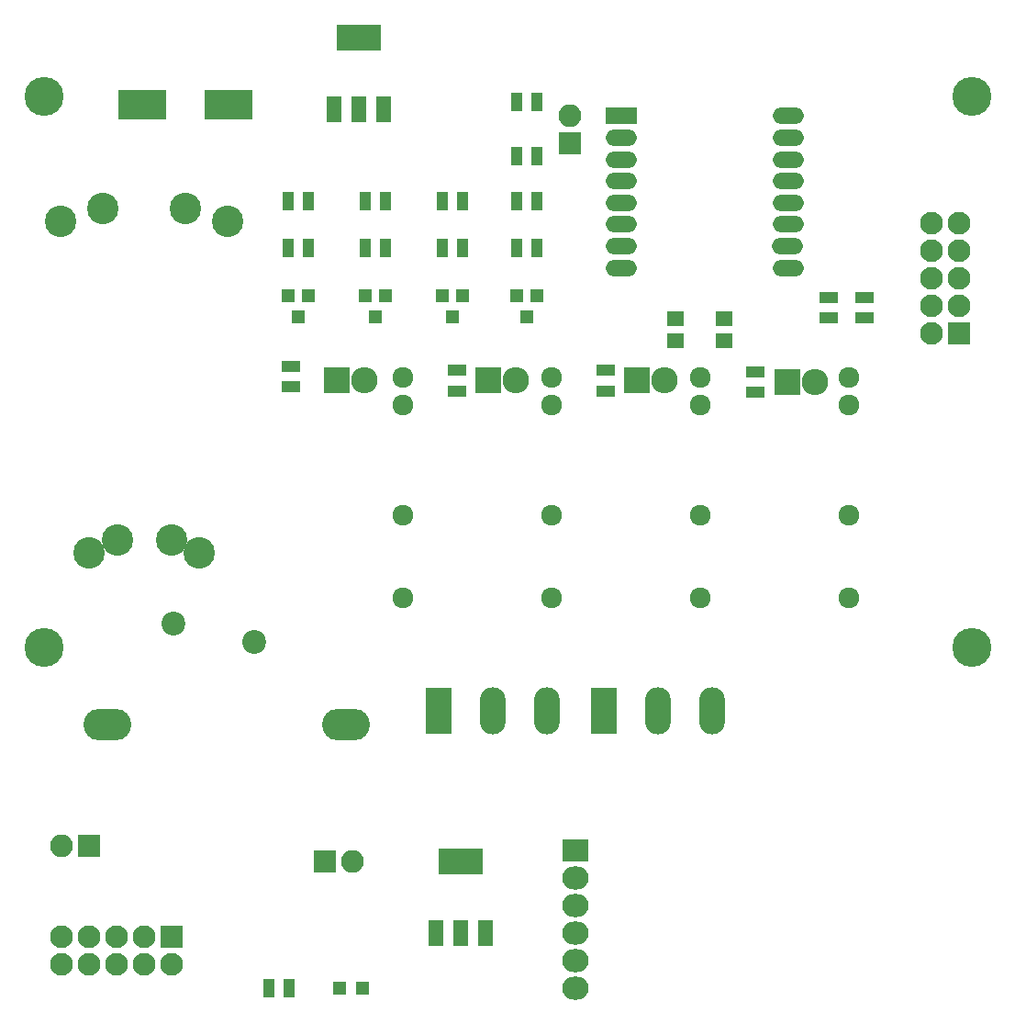
<source format=gts>
G04 #@! TF.FileFunction,Soldermask,Top*
%FSLAX46Y46*%
G04 Gerber Fmt 4.6, Leading zero omitted, Abs format (unit mm)*
G04 Created by KiCad (PCBNEW 4.0.5+dfsg1-4) date Tue Dec 12 22:17:04 2017*
%MOMM*%
%LPD*%
G01*
G04 APERTURE LIST*
%ADD10C,0.100000*%
%ADD11R,4.400500X2.800300*%
%ADD12R,2.100000X2.100000*%
%ADD13C,2.100000*%
%ADD14O,4.400500X2.899360*%
%ADD15C,2.200000*%
%ADD16R,1.200000X1.300000*%
%ADD17R,1.650000X1.400000*%
%ADD18R,1.100000X1.700000*%
%ADD19R,1.700000X1.100000*%
%ADD20R,4.057600X2.432000*%
%ADD21R,1.416000X2.432000*%
%ADD22R,2.900000X1.500000*%
%ADD23O,2.900000X1.500000*%
%ADD24C,1.924000*%
%ADD25C,2.900000*%
%ADD26R,2.432000X2.127200*%
%ADD27O,2.432000X2.127200*%
%ADD28R,2.432000X2.432000*%
%ADD29O,2.432000X2.432000*%
%ADD30C,3.600000*%
%ADD31O,2.100000X2.100000*%
%ADD32R,2.380000X4.360000*%
%ADD33O,2.380000X4.360000*%
G04 APERTURE END LIST*
D10*
D11*
X37020500Y-34290000D03*
X29019500Y-34290000D03*
D12*
X104394000Y-55372000D03*
D13*
X101854000Y-55372000D03*
X104394000Y-52832000D03*
X101854000Y-52832000D03*
X104394000Y-50292000D03*
X101854000Y-50292000D03*
X104394000Y-47752000D03*
X101854000Y-47752000D03*
X104394000Y-45212000D03*
X101854000Y-45212000D03*
D14*
X25829260Y-91440000D03*
X47830740Y-91440000D03*
D15*
X39370000Y-83820000D03*
X31870000Y-82120000D03*
D16*
X65466000Y-51832000D03*
X63566000Y-51832000D03*
X64516000Y-53832000D03*
X58608000Y-51832000D03*
X56708000Y-51832000D03*
X57658000Y-53832000D03*
X51496000Y-51832000D03*
X49596000Y-51832000D03*
X50546000Y-53832000D03*
X44384000Y-51832000D03*
X42484000Y-51832000D03*
X43434000Y-53832000D03*
D17*
X78232000Y-53991000D03*
X78232000Y-55991000D03*
X82677000Y-53991000D03*
X82677000Y-55991000D03*
D18*
X65466000Y-47498000D03*
X63566000Y-47498000D03*
X65466000Y-43180000D03*
X63566000Y-43180000D03*
X63566000Y-38989000D03*
X65466000Y-38989000D03*
X63566000Y-34036000D03*
X65466000Y-34036000D03*
D19*
X95631000Y-53909000D03*
X95631000Y-52009000D03*
X92329000Y-53909000D03*
X92329000Y-52009000D03*
D18*
X51496000Y-47498000D03*
X49596000Y-47498000D03*
X58608000Y-47498000D03*
X56708000Y-47498000D03*
X51496000Y-43180000D03*
X49596000Y-43180000D03*
X58608000Y-43180000D03*
X56708000Y-43180000D03*
X44384000Y-47498000D03*
X42484000Y-47498000D03*
X44384000Y-43180000D03*
X42484000Y-43180000D03*
D20*
X49022000Y-28067000D03*
D21*
X49022000Y-34671000D03*
X51308000Y-34671000D03*
X46736000Y-34671000D03*
D22*
X73214000Y-35306000D03*
D23*
X73214000Y-37306000D03*
X73214000Y-39306000D03*
X73214000Y-41306000D03*
X73214000Y-43306000D03*
X73214000Y-45306000D03*
X73214000Y-47306000D03*
X73214000Y-49306000D03*
X88614000Y-49306000D03*
X88514000Y-47306000D03*
X88614000Y-45306000D03*
X88614000Y-43306000D03*
X88614000Y-41306000D03*
X88614000Y-39306000D03*
X88614000Y-37306000D03*
X88614000Y-35306000D03*
D12*
X31750000Y-110998000D03*
D13*
X31750000Y-113538000D03*
X29210000Y-110998000D03*
X29210000Y-113538000D03*
X26670000Y-110998000D03*
X26670000Y-113538000D03*
X24130000Y-110998000D03*
X24130000Y-113538000D03*
X21590000Y-110998000D03*
X21590000Y-113538000D03*
D19*
X58039000Y-58740000D03*
X58039000Y-60640000D03*
X85598000Y-58867000D03*
X85598000Y-60767000D03*
X71755000Y-58740000D03*
X71755000Y-60640000D03*
X42722800Y-58384400D03*
X42722800Y-60284400D03*
D24*
X94234000Y-59436000D03*
X94234000Y-61976000D03*
X94234000Y-72136000D03*
X94234000Y-79756000D03*
X80467200Y-59436000D03*
X80467200Y-61976000D03*
X80467200Y-72136000D03*
X80467200Y-79756000D03*
X66802000Y-59436000D03*
X66802000Y-61976000D03*
X66802000Y-72136000D03*
X66802000Y-79756000D03*
X53086000Y-59436000D03*
X53086000Y-61976000D03*
X53086000Y-72136000D03*
X53086000Y-79756000D03*
D25*
X26710000Y-74390000D03*
X31710000Y-74390000D03*
X21510000Y-44990000D03*
X36910000Y-44990000D03*
X24130000Y-75565000D03*
X34290000Y-75565000D03*
X25400000Y-43815000D03*
X33020000Y-43815000D03*
D26*
X68961000Y-102997000D03*
D27*
X68961000Y-105537000D03*
X68961000Y-108077000D03*
X68961000Y-110617000D03*
X68961000Y-113157000D03*
X68961000Y-115697000D03*
D28*
X60960000Y-59690000D03*
D29*
X63500000Y-59690000D03*
D28*
X88519000Y-59817000D03*
D29*
X91059000Y-59817000D03*
D28*
X74676000Y-59690000D03*
D29*
X77216000Y-59690000D03*
D28*
X46990000Y-59690000D03*
D29*
X49530000Y-59690000D03*
D30*
X19939000Y-33528000D03*
X19939000Y-84328000D03*
X105537000Y-84328000D03*
X105537000Y-33528000D03*
D16*
X49310000Y-115697000D03*
X47210000Y-115697000D03*
D18*
X42606000Y-115697000D03*
X40706000Y-115697000D03*
D20*
X58420000Y-104013000D03*
D21*
X58420000Y-110617000D03*
X60706000Y-110617000D03*
X56134000Y-110617000D03*
D12*
X45847000Y-104013000D03*
D31*
X48387000Y-104013000D03*
D12*
X68453000Y-37846000D03*
D31*
X68453000Y-35306000D03*
D12*
X24130000Y-102616000D03*
D31*
X21590000Y-102616000D03*
D32*
X71628000Y-90170000D03*
D33*
X76628000Y-90170000D03*
X81628000Y-90170000D03*
D32*
X56388000Y-90170000D03*
D33*
X61388000Y-90170000D03*
X66388000Y-90170000D03*
M02*

</source>
